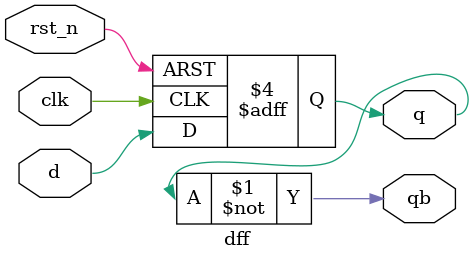
<source format=v>
module dff(
    clk
   ,rst_n
   ,d
   ,q
   ,qb
);
input   clk;
input   rst_n;
input   d;
output  q;
output  qb;

reg     q;

assign  qb = ~q;

always @(posedge clk or negedge rst_n)
begin
    if (!rst_n) begin
        // Asynchronous reset when reset goes low
        q <= 1'b0;
    end else begin
        // Assign D to Q on positive clock edge
        q <= d;
    end
end

endmodule

</source>
